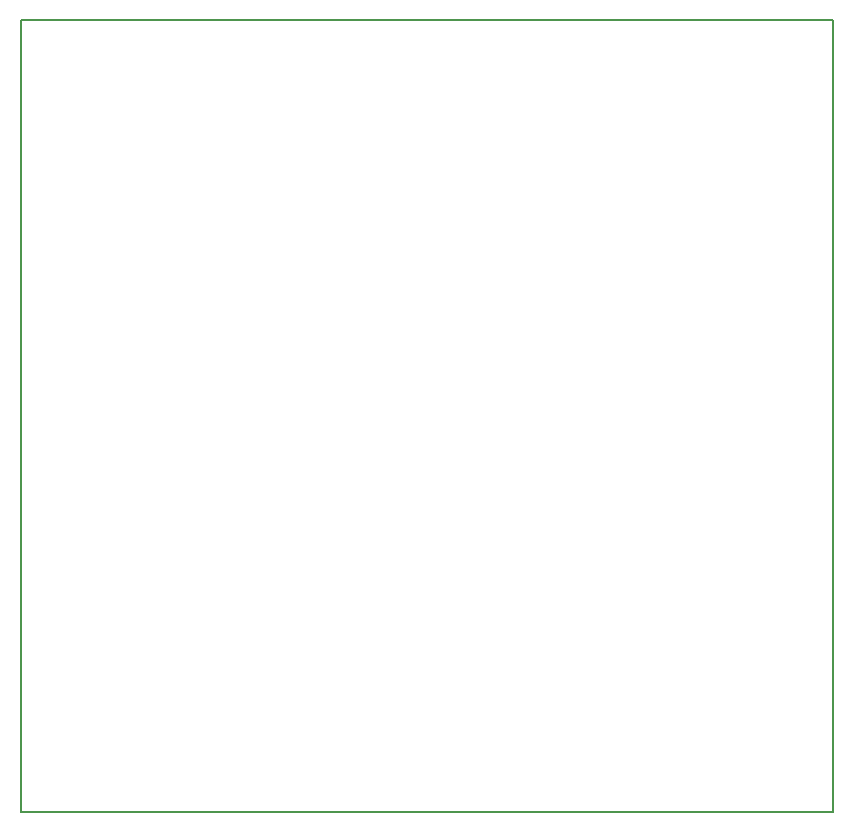
<source format=gbr>
G04 #@! TF.GenerationSoftware,KiCad,Pcbnew,5.0.2-bee76a0~70~ubuntu18.04.1*
G04 #@! TF.CreationDate,2019-03-01T11:09:08-06:00*
G04 #@! TF.ProjectId,MotorDriverXL,4d6f746f-7244-4726-9976-6572584c2e6b,V1.0*
G04 #@! TF.SameCoordinates,Original*
G04 #@! TF.FileFunction,Profile,NP*
%FSLAX46Y46*%
G04 Gerber Fmt 4.6, Leading zero omitted, Abs format (unit mm)*
G04 Created by KiCad (PCBNEW 5.0.2-bee76a0~70~ubuntu18.04.1) date Fri 01 Mar 2019 11:09:08 AM CST*
%MOMM*%
%LPD*%
G01*
G04 APERTURE LIST*
%ADD10C,0.150000*%
G04 APERTURE END LIST*
D10*
X171831000Y-62103000D02*
X171831000Y-129159000D01*
X103124000Y-62103000D02*
X103124000Y-129159000D01*
X103124000Y-129159000D02*
X171831000Y-129159000D01*
X103124000Y-62103000D02*
X171831000Y-62103000D01*
M02*

</source>
